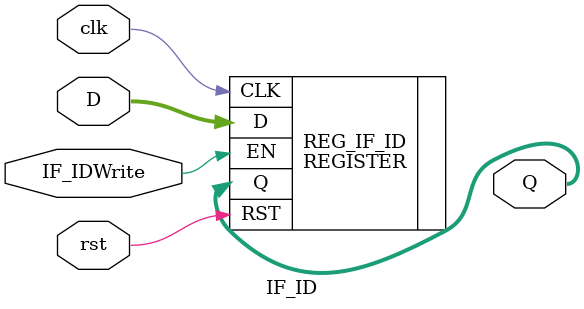
<source format=v>

module IF_ID
#(
    parameter  W = 65
)
(
    input           clk         ,
    input           rst         ,
    input           IF_IDWrite  ,
    input   [W-1:0] D           ,
    output  [W-1:0] Q
);

    REGISTER #(W) REG_IF_ID
    (
        .CLK(clk)           ,
        .RST(rst)           ,
        .EN(IF_IDWrite)     ,
        .D(D)               ,
        .Q(Q)
    );
    
endmodule
</source>
